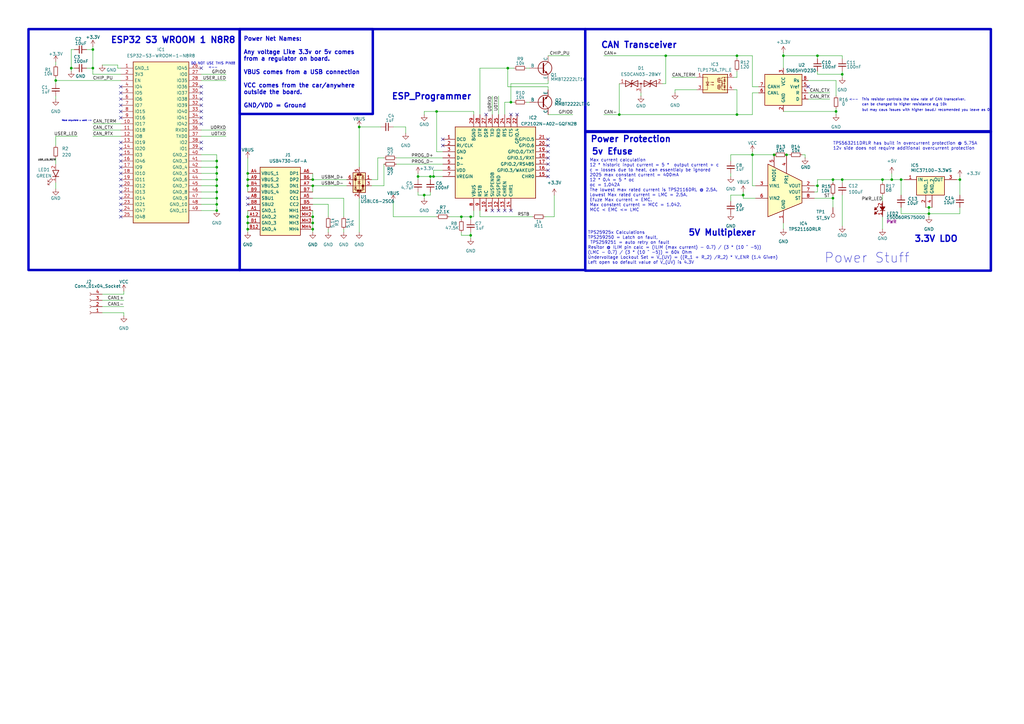
<source format=kicad_sch>
(kicad_sch (version 20250114) (generator "eeschema") (generator_version "9.0")
  (paper "A3")
  (rectangle (start 98.298 11.938) (end 152.908 46.736) (stroke (width 1)))
  (rectangle (start 98.298 11.938) (end 240.03 110.744) (stroke (width 1)))
  (rectangle (start 240.03 11.938) (end 406.4 54.102) (stroke (width 1)))
  (rectangle (start 240.03 53.848) (end 406.4 110.998) (stroke (width 1.016)))
  (rectangle (start 11.684 11.938) (end 98.298 110.744) (stroke (width 1)))
  (text "<--  This resistor controls the slew rate of CAN transceiver.\n" (at 372.11 40.894 0) (effects (font (size 1 1))))
  (text "Power Protection" (at 242.062 58.674 0) (effects (font (size 2.54 2.54) (thickness 0.512) (bold yes)) (justify left bottom)))
  (text "Power Stuff" (at 355.6 105.918 0) (effects (font (size 4 4))))
  (text "ESP_Programmer" (at 160.528 41.148 0) (effects (font (size 2.54 2.54) (thickness 0.512) (bold yes)) (justify left bottom)))
  (text "Power Net Names:\n\nAny voltage Like 3.3v or 5v comes\nfrom a regulator on board.\n\nVBUS comes from a USB connection\n\nVCC comes from the car/anywhere \noutside the board.\n\nGND/VDD = Ground" (at 99.822 29.718 0) (effects (font (size 1.7 1.7) (thickness 0.34) (bold yes)) (justify left)))
  (text "3.3V LDO" (at 374.904 99.568 0) (effects (font (size 2.54 2.54) (thickness 0.512) (bold yes)) (justify left bottom)))
  (text "TPS563211DRLR has built in overcurrent protection @ 5.75A\n12v side does not require additional overcurrent protection" (at 341.63 58.166 0) (effects (font (size 1.27 1.27)) (justify left top)))
  (text "Move anywhere u want ->\n\n" (at 31.496 50.038 0) (effects (font (size 0.6 0.6))))
  (text "5v Efuse\n" (at 242.57 63.754 0) (effects (font (size 2.54 2.54) (thickness 0.512) (bold yes)) (justify left bottom)))
  (text "but may caus issues with higher baud.I recomended you leave as 0." (at 379.984 45.212 0) (effects (font (size 1 1))))
  (text "TPS25925x Calculations\nTPS259250 = Latch on fault,\n TPS259251 = auto retry on fault\nResitor @ ILIM pin calc = (ILIM (max current) - 0.7) / (3 * (10 ^ -5))\n(LMC - 0.7) / (3 * (10 ^ -5)) = 60k Ohm\nUndervoltage Lockout Set = V_(UV) = ((R_1 + R_2) /R_2) * V_ENR (1.4 Given)\nLeft open so default value of V_(UV) is 4.3V\n" (at 241.046 94.742 0) (effects (font (size 1.27 1.27)) (justify left top)))
  (text "CAN Transceiver" (at 246.38 20.066 0) (effects (font (size 2.54 2.54) (thickness 0.512) (bold yes)) (justify left bottom)))
  (text "5V Multiplexer" (at 282.194 97.028 0) (effects (font (size 2.54 2.54) (thickness 0.512) (bold yes)) (justify left bottom)))
  (text "DO NOT USE THIS PIN!!!\n<--" (at 87.376 26.924 0) (effects (font (size 1 1))))
  (text " can be changed to higher resistance e.g 10k" (at 370.586 42.926 0) (effects (font (size 1 1))))
  (text "Max current calculation\n12 * historic input current = 5 *  output current + c\nc = losses due to heat, can essentialy be ignored\n2025 max constant current = 400mA\n12 * 0.4 = 5 * oc\noc = 1.042A\nThe lowest max rated current is TPS2116DRL @ 2.5A.\nLowest Max rated current = LMC = 2.5A.\nEfuze Max current = EMC.\nMax constent current = MCC = 1.042.\nMCC < EMC <= LMC" (at 241.808 65.024 0) (effects (font (size 1.27 1.27)) (justify left top)))
  (text "ESP32 S3 WROOM 1 N8R8" (at 96.774 18.034 0) (effects (font (size 2.54 2.54) (thickness 0.512) (bold yes)) (justify right bottom)))
  (junction (at 88.9 76.2))
  (junction (at 38.1 27.94))
  (junction (at 341.63 81.28))
  (junction (at 101.6 73.66))
  (junction (at 101.6 93.98))
  (junction (at 302.26 46.99))
  (junction (at 38.1 20.32))
  (junction (at 147.32 52.07))
  (junction (at 128.27 73.66))
  (junction (at 128.27 91.44))
  (junction (at 88.9 83.82))
  (junction (at 171.45 72.39))
  (junction (at 101.6 71.12))
  (junction (at 88.9 71.12))
  (junction (at 176.53 72.39))
  (junction (at 369.57 73.66))
  (junction (at 209.55 41.91))
  (junction (at 88.9 78.74))
  (junction (at 361.95 73.66))
  (junction (at 29.21 27.94))
  (junction (at 335.28 76.2))
  (junction (at 101.6 88.9))
  (junction (at 88.9 66.04))
  (junction (at 341.63 73.66))
  (junction (at 317.5 63.5))
  (junction (at 335.28 22.86))
  (junction (at 88.9 68.58))
  (junction (at 208.28 27.94))
  (junction (at 345.44 73.66))
  (junction (at 128.27 88.9))
  (junction (at 302.26 22.86))
  (junction (at 177.8 72.39))
  (junction (at 322.58 63.5))
  (junction (at 273.05 22.86))
  (junction (at 381 85.09))
  (junction (at 342.9 45.72))
  (junction (at 88.9 81.28))
  (junction (at 304.8 80.01))
  (junction (at 128.27 76.2))
  (junction (at 321.31 22.86))
  (junction (at 365.76 73.66))
  (junction (at 345.44 30.48))
  (junction (at 101.6 91.44))
  (junction (at 173.99 80.01))
  (junction (at 193.04 88.9))
  (junction (at 189.23 88.9))
  (junction (at 101.6 76.2))
  (junction (at 393.7 73.66))
  (junction (at 193.04 96.52))
  (junction (at 179.07 45.72))
  (junction (at 88.9 86.36))
  (junction (at 254 46.99))
  (junction (at 22.86 33.02))
  (junction (at 128.27 93.98))
  (junction (at 308.61 63.5))
  (junction (at 381 87.63))
  (junction (at 88.9 73.66))
  (no_connect (at 49.53 88.9))
  (no_connect (at 209.55 86.36))
  (no_connect (at 204.47 86.36))
  (no_connect (at 49.53 86.36))
  (no_connect (at 49.53 76.2))
  (no_connect (at 82.55 60.96))
  (no_connect (at 82.55 40.64))
  (no_connect (at 49.53 45.72))
  (no_connect (at 209.55 46.99))
  (no_connect (at 49.53 60.96))
  (no_connect (at 181.61 57.15))
  (no_connect (at 82.55 50.8))
  (no_connect (at 49.53 71.12))
  (no_connect (at 201.93 86.36))
  (no_connect (at 49.53 68.58))
  (no_connect (at 101.6 83.82))
  (no_connect (at 224.79 59.69))
  (no_connect (at 82.55 43.18))
  (no_connect (at 49.53 83.82))
  (no_connect (at 82.55 35.56))
  (no_connect (at 224.79 67.31))
  (no_connect (at 49.53 66.04))
  (no_connect (at 49.53 81.28))
  (no_connect (at 331.47 35.56))
  (no_connect (at 224.79 57.15))
  (no_connect (at 82.55 58.42))
  (no_connect (at 49.53 43.18))
  (no_connect (at 49.53 38.1))
  (no_connect (at 49.53 35.56))
  (no_connect (at 49.53 48.26))
  (no_connect (at 49.53 58.42))
  (no_connect (at 82.55 27.94))
  (no_connect (at 82.55 38.1))
  (no_connect (at 49.53 78.74))
  (no_connect (at 49.53 63.5))
  (no_connect (at 82.55 48.26))
  (no_connect (at 212.09 46.99))
  (no_connect (at 49.53 40.64))
  (no_connect (at 82.55 45.72))
  (no_connect (at 49.53 73.66))
  (no_connect (at 207.01 86.36))
  (no_connect (at 199.39 46.99))
  (no_connect (at 224.79 64.77))
  (no_connect (at 224.79 69.85))
  (no_connect (at 181.61 59.69))
  (no_connect (at 101.6 81.28))
  (no_connect (at 224.79 62.23))
  (no_connect (at 224.79 72.39))
  (wire (pts (xy 49.53 27.94) (xy 48.26 27.94)))
  (wire (pts (xy 88.9 63.5) (xy 88.9 66.04)))
  (wire (pts (xy 88.9 68.58) (xy 88.9 71.12)))
  (wire (pts (xy 128.27 81.28) (xy 140.97 81.28)))
  (wire (pts (xy 88.9 78.74) (xy 88.9 81.28)))
  (wire (pts (xy 154.94 73.66) (xy 152.4 73.66)))
  (wire (pts (xy 154.94 64.77) (xy 157.48 64.77)))
  (wire (pts (xy 134.62 83.82) (xy 134.62 88.9)))
  (wire (pts (xy 321.31 45.72) (xy 342.9 45.72)))
  (wire (pts (xy 102.87 76.2) (xy 101.6 76.2)))
  (wire (pts (xy 208.28 27.94) (xy 210.82 27.94)))
  (wire (pts (xy 365.76 73.66) (xy 361.95 73.66)))
  (wire (pts (xy 335.28 76.2) (xy 334.01 76.2)))
  (wire (pts (xy 101.6 88.9) (xy 101.6 91.44)))
  (wire (pts (xy 171.45 72.39) (xy 171.45 73.66)))
  (wire (pts (xy 38.1 30.48) (xy 49.53 30.48)))
  (wire (pts (xy 181.61 62.23) (xy 179.07 62.23)))
  (wire (pts (xy 330.2 63.5) (xy 328.93 63.5)))
  (wire (pts (xy 341.63 73.66) (xy 345.44 73.66)))
  (wire (pts (xy 308.61 22.86) (xy 308.61 35.56)))
  (wire (pts (xy 22.86 33.02) (xy 49.53 33.02)))
  (wire (pts (xy 176.53 72.39) (xy 177.8 72.39)))
  (wire (pts (xy 173.99 45.72) (xy 179.07 45.72)))
  (wire (pts (xy 128.27 78.74) (xy 128.27 76.2)))
  (wire (pts (xy 335.28 22.86) (xy 335.28 24.13)))
  (wire (pts (xy 208.28 35.56) (xy 208.28 27.94)))
  (wire (pts (xy 321.31 91.44) (xy 321.31 93.98)))
  (wire (pts (xy 209.55 34.29) (xy 209.55 41.91)))
  (wire (pts (xy 82.55 73.66) (xy 88.9 73.66)))
  (wire (pts (xy 88.9 83.82) (xy 88.9 86.36)))
  (wire (pts (xy 82.55 53.34) (xy 92.71 53.34)))
  (wire (pts (xy 345.44 80.01) (xy 345.44 92.71)))
  (wire (pts (xy 201.93 46.99) (xy 201.93 39.37)))
  (wire (pts (xy 177.8 69.85) (xy 177.8 72.39)))
  (wire (pts (xy 254 46.99) (xy 302.26 46.99)))
  (wire (pts (xy 50.8 125.73) (xy 41.91 125.73)))
  (wire (pts (xy 304.8 81.28) (xy 309.88 81.28)))
  (wire (pts (xy 38.1 27.94) (xy 38.1 30.48)))
  (wire (pts (xy 299.72 63.5) (xy 299.72 66.04)))
  (wire (pts (xy 22.86 55.88) (xy 31.75 55.88)))
  (wire (pts (xy 82.55 30.48) (xy 92.71 30.48)))
  (wire (pts (xy 335.28 30.48) (xy 335.28 29.21)))
  (wire (pts (xy 38.1 19.05) (xy 38.1 20.32)))
  (wire (pts (xy 88.9 81.28) (xy 88.9 83.82)))
  (wire (pts (xy 41.91 26.67) (xy 48.26 26.67)))
  (wire (pts (xy 30.48 20.32) (xy 29.21 20.32)))
  (wire (pts (xy 335.28 73.66) (xy 341.63 73.66)))
  (wire (pts (xy 128.27 76.2) (xy 127 76.2)))
  (wire (pts (xy 101.6 91.44) (xy 101.6 93.98)))
  (wire (pts (xy 285.75 31.75) (xy 275.59 31.75)))
  (wire (pts (xy 361.95 80.01) (xy 361.95 82.55)))
  (wire (pts (xy 341.63 73.66) (xy 341.63 74.93)))
  (wire (pts (xy 82.55 81.28) (xy 88.9 81.28)))
  (wire (pts (xy 393.7 73.66) (xy 393.7 80.01)))
  (wire (pts (xy 128.27 71.12) (xy 128.27 73.66)))
  (wire (pts (xy 171.45 80.01) (xy 173.99 80.01)))
  (wire (pts (xy 128.27 88.9) (xy 128.27 91.44)))
  (wire (pts (xy 227.33 88.9) (xy 227.33 80.01)))
  (wire (pts (xy 193.04 95.25) (xy 193.04 96.52)))
  (wire (pts (xy 308.61 63.5) (xy 308.61 76.2)))
  (wire (pts (xy 101.6 88.9) (xy 102.87 88.9)))
  (wire (pts (xy 189.23 88.9) (xy 193.04 88.9)))
  (wire (pts (xy 82.55 66.04) (xy 88.9 66.04)))
  (wire (pts (xy 254 34.29) (xy 254 46.99)))
  (wire (pts (xy 147.32 52.07) (xy 147.32 68.58)))
  (wire (pts (xy 308.61 35.56) (xy 311.15 35.56)))
  (wire (pts (xy 369.57 87.63) (xy 381 87.63)))
  (wire (pts (xy 262.89 38.1) (xy 262.89 39.37)))
  (wire (pts (xy 308.61 62.23) (xy 308.61 63.5)))
  (wire (pts (xy 342.9 45.72) (xy 342.9 46.99)))
  (wire (pts (xy 171.45 72.39) (xy 176.53 72.39)))
  (wire (pts (xy 321.31 22.86) (xy 321.31 27.94)))
  (wire (pts (xy 224.79 35.56) (xy 224.79 36.83)))
  (wire (pts (xy 147.32 52.07) (xy 156.21 52.07)))
  (wire (pts (xy 207.01 41.91) (xy 209.55 41.91)))
  (wire (pts (xy 204.47 46.99) (xy 204.47 39.37)))
  (wire (pts (xy 22.86 33.02) (xy 22.86 31.75)))
  (wire (pts (xy 330.2 63.5) (xy 330.2 64.77)))
  (wire (pts (xy 35.56 20.32) (xy 38.1 20.32)))
  (wire (pts (xy 224.79 46.99) (xy 234.95 46.99)))
  (wire (pts (xy 273.05 22.86) (xy 302.26 22.86)))
  (wire (pts (xy 161.29 52.07) (xy 166.37 52.07)))
  (wire (pts (xy 299.72 63.5) (xy 308.61 63.5)))
  (wire (pts (xy 302.26 24.13) (xy 302.26 22.86)))
  (wire (pts (xy 381 87.63) (xy 393.7 87.63)))
  (wire (pts (xy 345.44 22.86) (xy 345.44 24.13)))
  (wire (pts (xy 302.26 31.75) (xy 302.26 29.21)))
  (wire (pts (xy 393.7 85.09) (xy 393.7 87.63)))
  (wire (pts (xy 379.73 85.09) (xy 381 85.09)))
  (wire (pts (xy 299.72 72.39) (xy 299.72 71.12)))
  (wire (pts (xy 300.99 31.75) (xy 302.26 31.75)))
  (wire (pts (xy 29.21 27.94) (xy 29.21 29.21)))
  (wire (pts (xy 342.9 44.45) (xy 342.9 45.72)))
  (wire (pts (xy 381 85.09) (xy 381 87.63)))
  (wire (pts (xy 369.57 87.63) (xy 369.57 85.09)))
  (wire (pts (xy 179.07 45.72) (xy 179.07 62.23)))
  (wire (pts (xy 308.61 46.99) (xy 308.61 38.1)))
  (wire (pts (xy 140.97 81.28) (xy 140.97 88.9)))
  (wire (pts (xy 194.31 88.9) (xy 194.31 86.36)))
  (wire (pts (xy 215.9 27.94) (xy 217.17 27.94)))
  (wire (pts (xy 304.8 80.01) (xy 304.8 81.28)))
  (wire (pts (xy 193.04 88.9) (xy 193.04 90.17)))
  (wire (pts (xy 161.29 88.9) (xy 161.29 82.55)))
  (wire (pts (xy 128.27 86.36) (xy 128.27 88.9)))
  (wire (pts (xy 88.9 73.66) (xy 88.9 76.2)))
  (wire (pts (xy 323.85 63.5) (xy 322.58 63.5)))
  (wire (pts (xy 223.52 88.9) (xy 227.33 88.9)))
  (wire (pts (xy 194.31 45.72) (xy 194.31 46.99)))
  (wire (pts (xy 154.94 64.77) (xy 154.94 73.66)))
  (wire (pts (xy 88.9 71.12) (xy 88.9 73.66)))
  (wire (pts (xy 365.76 71.12) (xy 365.76 73.66)))
  (wire (pts (xy 194.31 45.72) (xy 179.07 45.72)))
  (wire (pts (xy 224.79 35.56) (xy 208.28 35.56)))
  (wire (pts (xy 128.27 76.2) (xy 142.24 76.2)))
  (wire (pts (xy 302.26 46.99) (xy 308.61 46.99)))
  (wire (pts (xy 273.05 34.29) (xy 271.78 34.29)))
  (wire (pts (xy 176.53 80.01) (xy 176.53 78.74)))
  (wire (pts (xy 82.55 76.2) (xy 88.9 76.2)))
  (wire (pts (xy 171.45 78.74) (xy 171.45 80.01)))
  (wire (pts (xy 345.44 73.66) (xy 361.95 73.66)))
  (wire (pts (xy 196.85 88.9) (xy 218.44 88.9)))
  (wire (pts (xy 361.95 88.9) (xy 361.95 93.98)))
  (wire (pts (xy 331.47 33.02) (xy 342.9 33.02)))
  (wire (pts (xy 134.62 93.98) (xy 134.62 95.25)))
  (wire (pts (xy 393.7 73.66) (xy 393.7 72.39)))
  (wire (pts (xy 38.1 53.34) (xy 49.53 53.34)))
  (wire (pts (xy 196.85 27.94) (xy 196.85 46.99)))
  (wire (pts (xy 128.27 83.82) (xy 134.62 83.82)))
  (wire (pts (xy 50.8 128.27) (xy 41.91 128.27)))
  (wire (pts (xy 173.99 80.01) (xy 176.53 80.01)))
  (wire (pts (xy 335.28 76.2) (xy 335.28 73.66)))
  (wire (pts (xy 38.1 50.8) (xy 49.53 50.8)))
  (wire (pts (xy 247.65 46.99) (xy 254 46.99)))
  (wire (pts (xy 193.04 88.9) (xy 194.31 88.9)))
  (wire (pts (xy 381 85.09) (xy 382.27 85.09)))
  (wire (pts (xy 369.57 73.66) (xy 370.84 73.66)))
  (wire (pts (xy 300.99 36.83) (xy 302.26 36.83)))
  (wire (pts (xy 157.48 76.2) (xy 152.4 76.2)))
  (wire (pts (xy 334.01 78.74) (xy 335.28 78.74)))
  (wire (pts (xy 209.55 41.91) (xy 210.82 41.91)))
  (wire (pts (xy 157.48 67.31) (xy 157.48 76.2)))
  (wire (pts (xy 22.86 64.77) (xy 22.86 67.31)))
  (wire (pts (xy 308.61 76.2) (xy 309.88 76.2)))
  (wire (pts (xy 128.27 73.66) (xy 127 73.66)))
  (wire (pts (xy 38.1 55.88) (xy 49.53 55.88)))
  (wire (pts (xy 247.65 22.86) (xy 273.05 22.86)))
  (wire (pts (xy 173.99 45.72) (xy 173.99 46.99)))
  (wire (pts (xy 128.27 93.98) (xy 128.27 95.25)))
  (wire (pts (xy 345.44 73.66) (xy 345.44 74.93)))
  (wire (pts (xy 82.55 86.36) (xy 88.9 86.36)))
  (wire (pts (xy 101.6 73.66) (xy 102.87 73.66)))
  (wire (pts (xy 196.85 27.94) (xy 208.28 27.94)))
  (wire (pts (xy 88.9 66.04) (xy 88.9 68.58)))
  (wire (pts (xy 224.79 34.29) (xy 209.55 34.29)))
  (wire (pts (xy 365.76 73.66) (xy 369.57 73.66)))
  (wire (pts (xy 308.61 63.5) (xy 317.5 63.5)))
  (wire (pts (xy 48.26 26.67) (xy 48.26 27.94)))
  (wire (pts (xy 173.99 80.01) (xy 173.99 81.28)))
  (wire (pts (xy 393.7 73.66) (xy 392.43 73.66)))
  (wire (pts (xy 189.23 90.17) (xy 189.23 88.9)))
  (wire (pts (xy 101.6 86.36) (xy 101.6 88.9)))
  (wire (pts (xy 162.56 64.77) (xy 181.61 64.77)))
  (wire (pts (xy 22.86 39.37) (xy 22.86 40.64)))
  (wire (pts (xy 273.05 22.86) (xy 273.05 34.29)))
  (wire (pts (xy 224.79 22.86) (xy 233.68 22.86)))
  (wire (pts (xy 176.53 72.39) (xy 176.53 73.66)))
  (wire (pts (xy 215.9 41.91) (xy 217.17 41.91)))
  (wire (pts (xy 321.31 21.59) (xy 321.31 22.86)))
  (wire (pts (xy 38.1 20.32) (xy 38.1 27.94)))
  (wire (pts (xy 50.8 128.27) (xy 50.8 129.54)))
  (wire (pts (xy 285.75 36.83) (xy 276.86 36.83)))
  (wire (pts (xy 88.9 76.2) (xy 88.9 78.74)))
  (wire (pts (xy 147.32 81.28) (xy 147.32 95.25)))
  (wire (pts (xy 82.55 71.12) (xy 88.9 71.12)))
  (wire (pts (xy 22.86 59.69) (xy 22.86 55.88)))
  (wire (pts (xy 299.72 80.01) (xy 299.72 82.55)))
  (wire (pts (xy 22.86 74.93) (xy 22.86 77.47)))
  (wire (pts (xy 50.8 120.65) (xy 50.8 119.38)))
  (wire (pts (xy 101.6 73.66) (xy 101.6 76.2)))
  (wire (pts (xy 101.6 95.25) (xy 101.6 93.98)))
  (wire (pts (xy 177.8 72.39) (xy 181.61 72.39)))
  (wire (pts (xy 166.37 52.07) (xy 166.37 54.61)))
  (wire (pts (xy 276.86 36.83) (xy 276.86 38.1)))
  (wire (pts (xy 29.21 20.32) (xy 29.21 27.94)))
  (wire (pts (xy 345.44 29.21) (xy 345.44 30.48)))
  (wire (pts (xy 189.23 95.25) (xy 189.23 96.52)))
  (wire (pts (xy 101.6 78.74) (xy 101.6 76.2)))
  (wire (pts (xy 82.55 33.02) (xy 92.71 33.02)))
  (wire (pts (xy 193.04 96.52) (xy 193.04 97.79)))
  (wire (pts (xy 341.63 85.09) (xy 341.63 81.28)))
  (wire (pts (xy 331.47 40.64) (xy 340.36 40.64)))
  (wire (pts (xy 82.55 68.58) (xy 88.9 68.58)))
  (wire (pts (xy 162.56 67.31) (xy 181.61 67.31)))
  (wire (pts (xy 189.23 96.52) (xy 193.04 96.52)))
  (wire (pts (xy 381 87.63) (xy 381 88.9)))
  (wire (pts (xy 308.61 38.1) (xy 311.15 38.1)))
  (wire (pts (xy 334.01 81.28) (xy 341.63 81.28)))
  (wire (pts (xy 82.55 83.82) (xy 88.9 83.82)))
  (wire (pts (xy 196.85 88.9) (xy 196.85 86.36)))
  (wire (pts (xy 82.55 55.88) (xy 92.71 55.88)))
  (wire (pts (xy 345.44 30.48) (xy 345.44 31.75)))
  (wire (pts (xy 41.91 120.65) (xy 50.8 120.65)))
  (wire (pts (xy 342.9 33.02) (xy 342.9 39.37)))
  (wire (pts (xy 321.31 22.86) (xy 335.28 22.86)))
  (wire (pts (xy 128.27 73.66) (xy 142.24 73.66)))
  (wire (pts (xy 82.55 63.5) (xy 88.9 63.5)))
  (wire (pts (xy 101.6 71.12) (xy 101.6 73.66)))
  (wire (pts (xy 341.63 81.28) (xy 341.63 80.01)))
  (wire (pts (xy 35.56 27.94) (xy 38.1 27.94)))
  (wire (pts (xy 335.28 22.86) (xy 345.44 22.86)))
  (wire (pts (xy 22.86 33.02) (xy 22.86 34.29)))
  (wire (pts (xy 22.86 25.4) (xy 22.86 26.67)))
  (wire (pts (xy 331.47 38.1) (xy 340.36 38.1)))
  (wire (pts (xy 179.07 88.9) (xy 161.29 88.9)))
  (wire (pts (xy 369.57 73.66) (xy 369.57 80.01)))
  (wire (pts (xy 304.8 80.01) (xy 299.72 80.01)))
  (wire (pts (xy 335.28 78.74) (xy 335.28 76.2)))
  (wire (pts (xy 302.26 22.86) (xy 308.61 22.86)))
  (wire (pts (xy 102.87 91.44) (xy 101.6 91.44)))
  (wire (pts (xy 184.15 88.9) (xy 189.23 88.9)))
  (wire (pts (xy 302.26 36.83) (xy 302.26 46.99)))
  (wire (pts (xy 140.97 95.25) (xy 140.97 93.98)))
  (wire (pts (xy 29.21 27.94) (xy 30.48 27.94)))
  (wire (pts (xy 101.6 64.77) (xy 101.6 71.12)))
  (wire (pts (xy 335.28 30.48) (xy 345.44 30.48)))
  (wire (pts (xy 128.27 91.44) (xy 128.27 93.98)))
  (wire (pts (xy 361.95 73.66) (xy 361.95 74.93)))
  (wire (pts (xy 177.8 69.85) (xy 181.61 69.85)))
  (wire (pts (xy 224.79 34.29) (xy 224.79 33.02)))
  (wire (pts (xy 41.91 123.19) (xy 50.8 123.19)))
  (wire (pts (xy 82.55 78.74) (xy 88.9 78.74)))
  (wire (pts (xy 304.8 78.74) (xy 304.8 80.01)))
  (wire (pts (xy 207.01 46.99) (xy 207.01 41.91)))
  (wire (pts (xy 171.45 72.39) (xy 171.45 71.12)))
  (label "CAN-" (at 247.65 46.99 0))
  (label "USER_LED" (at 92.71 33.02 180))
  (label "PWR_LED" (at 361.95 82.55 180))
  (label "CAN_TERM" (at 38.1 50.8 0))
  (label "PROG_D+" (at 177.8 64.77 180))
  (label "PROG_D-" (at 177.8 67.31 180))
  (label "U0RXD" (at 201.93 39.37 270))
  (label "CHIP_PU" (at 38.1 33.02 0))
  (label "U0TXD" (at 92.71 55.88 180))
  (label "ST" (at 340.36 81.28 180))
  (label "USR_LED_RSTR" (at 22.86 66.04 180) (effects (font (size 0.65 0.65))))
  (label "USER_LED" (at 31.75 55.88 180))
  (label "GPIO0" (at 92.71 30.48 180))
  (label "CAN_TERM" (at 275.59 31.75 0))
  (label "U0RXD" (at 92.71 53.34 180))
  (label "CAN_RTX" (at 38.1 55.88 0))
  (label "CAN1-" (at 50.8 125.73 180))
  (label "GPIO0" (at 234.95 46.99 180))
  (label "RSTB" (at 217.17 88.9 180))
  (label "U0TXD" (at 204.47 39.37 270))
  (label "USBM_D+" (at 140.97 73.66 180))
  (label "CAN_CTX" (at 340.36 38.1 180))
  (label "CAN1+" (at 50.8 123.19 180))
  (label "USBM_D-" (at 140.97 76.2 180))
  (label "CAN+" (at 247.65 22.86 0))
  (label "CHIP_PU" (at 233.68 22.86 180))
  (label "CAN_RTX" (at 340.36 40.64 180))
  (label "CAN_CTX" (at 38.1 53.34 0))
  (symbol (lib_id "power:GND") (at 22.86 77.47 0) (unit 1)
    (property "Reference" "#PWR03" (effects (hide yes)))
    (property "Value" "GND" (at 22.86 81.28 0))
  )
  (symbol (lib_id "SDM_VOLTAGE_REGULATORS:MIC37100-3.3WS") (at 370.84 74.93 0) (unit 1)
    (property "Reference" "IC5" (at 375.158 67.818 0))
    (property "Value" "MIC37100-3.3WS" (at 382.016 69.85 0))
    (property "Footprint" "SDM_MiscFootprint:SOT230P700X180-4N" (effects (hide yes)))
    (property "Datasheet" "https://datasheet.datasheetarchive.com/originals/dk/DKDS-15/281099.pdf" (effects (hide yes)))
    (property "Description" "LDO Voltage Regulators 1.0A Low Voltage uCap LDO Regulator" (effects (hide yes)))
    (property "Height" "1.8" (effects (hide yes)))
    (property "Mouser Part Number" "998-MIC37100-3.3WS" (effects (hide yes)))
    (property "Mouser Price/Stock" "https://www.mouser.co.uk/ProductDetail/Microchip-Technology/MIC37100-3.3WS?qs=kh6iOki%2FeLGN%252BjivEzt6Eg%3D%3D" (effects (hide yes)))
    (property "Manufacturer_Name" "Microchip" (effects (hide yes)))
    (property "Manufacturer_Part_Number" "MIC37100-3.3WS" (effects (hide yes)))
  )
  (symbol (lib_id "Device:C_Small") (at 369.57 82.55 180) (unit 1)
    (property "Reference" "C13" (at 374.396 81.534 0))
    (property "Value" "10uF" (at 374.396 83.312 0))
    (property "Footprint" "Capacitor_SMD:C_0603_1608Metric" (effects (hide yes)))
  )
  (symbol (lib_id "power:VBUS") (at 161.29 82.55 0) (unit 1)
    (property "Reference" "#PWR015" (effects (hide yes)))
    (property "Value" "VBUS" (at 161.29 79.248 0))
    (property "Description" "Power symbol creates a global label with name \"VBUS\"" (effects (hide yes)))
  )
  (symbol (lib_id "power:GND") (at 262.89 39.37 0) (unit 1)
    (property "Reference" "#PWR022" (effects (hide yes)))
    (property "Value" "GND" (at 262.89 43.434 0))
    (property "Description" "Power symbol creates a global label with name \"GND\" , ground" (effects (hide yes)))
  )
  (symbol (lib_id "power:GND") (at 330.2 64.77 0) (unit 1)
    (property "Reference" "#PWR030" (effects (hide yes)))
    (property "Value" "GND" (at 330.454 68.58 0))
    (property "Description" "Power symbol creates a global label with name \"GND\" , ground" (effects (hide yes)))
  )
  (symbol (lib_id "power:GND") (at 50.8 129.54 0) (unit 1)
    (property "Reference" "#PWR041" (effects (hide yes)))
    (property "Value" "GND" (at 50.8 134.62 0))
    (property "Description" "Power symbol creates a global label with name \"GND\" , ground" (effects (hide yes)))
  )
  (symbol (lib_id "Device:C_Small") (at 393.7 82.55 180) (unit 1)
    (property "Reference" "C14" (at 389.382 81.28 0))
    (property "Value" "10uF" (at 389.382 83.058 0))
    (property "Footprint" "Capacitor_SMD:C_0603_1608Metric" (effects (hide yes)))
  )
  (symbol (lib_id "power:+3.3V") (at 22.86 25.4 0) (unit 1)
    (property "Reference" "#PWR01" (effects (hide yes)))
    (property "Value" "+3.3V" (at 22.86 22.098 0))
    (property "Description" "Power symbol creates a global label with name \"+3.3V\"" (effects (hide yes)))
  )
  (symbol (lib_id "power:GND") (at 166.37 54.61 0) (unit 1)
    (property "Reference" "#PWR016" (effects (hide yes)))
    (property "Value" "GND" (at 166.37 59.69 0))
    (property "Description" "Power symbol creates a global label with name \"GND\" , ground" (effects (hide yes)))
  )
  (symbol (lib_id "Device:C_Small") (at 33.02 27.94 90) (unit 1)
    (property "Reference" "C3" (at 30.226 23.368 90) (effects (justify right)))
    (property "Value" "100nF" (at 30.226 25.146 90) (effects (justify right)))
    (property "Footprint" "Capacitor_SMD:C_0603_1608Metric" (effects (hide yes)))
  )
  (symbol (lib_id "SDM_MICRO_CONTROLLER:ESP32-S3-WROOM-1-N8R8") (at 49.53 27.94 0) (unit 1)
    (property "Reference" "IC1" (at 66.04 20.32 0))
    (property "Value" "ESP32-S3-WROOM-1-N8R8" (at 66.04 22.86 0))
    (property "Footprint" "SDM_MiscFootprint:ESP32S3WROOM1N8R8" (effects (hide yes)))
    (property "Datasheet" "https://www.espressif.com/sites/default/files/documentation/esp32-s3-wroom-1_wroom-1u_datasheet_en.pdf" (effects (hide yes)))
    (property "Description" "WiFi Modules - 802.11 (Engineering Samples Only) SMD Module, ESP32-S3R8 with 8 MB Octal PSRAM Die, 8 MB Quad SPI flash, PCB Antenna" (effects (hide yes)))
    (property "Height" "3.25" (effects (hide yes)))
    (property "Mouser Part Number" "356-EP32S3WROOM1N8R8" (effects (hide yes)))
    (property "Mouser Price/Stock" "https://www.mouser.co.uk/ProductDetail/Espressif-Systems/ESP32-S3-WROOM-1-N8R8?qs=7D1LtPJG0i3%2F28hKFavOpQ%3D%3D" (effects (hide yes)))
    (property "Manufacturer_Name" "Espressif Systems" (effects (hide yes)))
    (property "Manufacturer_Part_Number" "ESP32-S3-WROOM-1-N8R8" (effects (hide yes)))
  )
  (symbol (lib_id "power:GND") (at 128.27 95.25 0) (unit 1)
    (property "Reference" "#PWR010" (effects (hide yes)))
    (property "Value" "GND" (at 128.27 100.33 0))
    (property "Description" "Power symbol creates a global label with name \"GND\" , ground" (effects (hide yes)))
  )
  (symbol (lib_id "Device:R_Small") (at 342.9 41.91 0) (mirror x) (unit 1)
    (property "Reference" "R16" (at 345.948 40.894 0))
    (property "Value" "0" (at 345.948 42.672 0))
    (property "Footprint" "Resistor_SMD:R_0603_1608Metric" (effects (hide yes)))
  )
  (symbol (lib_id "SDM_USBUART:CP2102N-A02-GQFN28") (at 181.61 57.15 0) (unit 1)
    (property "Reference" "IC2" (at 216.916 48.26 0) (effects (justify left)))
    (property "Value" "CP2102N-A02-GQFN28" (at 213.614 50.8 0) (effects (justify left)))
    (property "Footprint" "SDM_MiscFootprint:QFN50P500X500X80-29N-D" (effects (hide yes)))
    (property "Datasheet" "https://componentsearchengine.com/Datasheets/2/CP2102N-A02-GQFN28.pdf" (effects (hide yes)))
    (property "Description" "SILICON LABS - CP2102N-A02-GQFN28 - USB TO UART BRIDGE, -40 TO 85DEG C" (effects (hide yes)))
    (property "Height" "0.8" (effects (hide yes)))
    (property "Mouser Part Number" "634-CP2102NA02GQFN28" (effects (hide yes)))
    (property "Mouser Price/Stock" "https://www.mouser.co.uk/ProductDetail/Silicon-Labs/CP2102N-A02-GQFN28?qs=u16ybLDytRaSBkSkyjYFiA%3D%3D" (effects (hide yes)))
    (property "Manufacturer_Name" "Silicon Labs" (effects (hide yes)))
    (property "Manufacturer_Part_Number" "CP2102N-A02-GQFN28" (effects (hide yes)))
  )
  (symbol (lib_id "Device:R_Small") (at 320.04 63.5 270) (unit 1)
    (property "Reference" "R13" (at 318.262 60.198 90) (effects (justify left)))
    (property "Value" "10k" (at 320.04 61.722 90))
    (property "Footprint" "Resistor_SMD:R_0603_1608Metric" (effects (hide yes)))
  )
  (symbol (lib_id "Device:R_Small") (at 140.97 91.44 0) (unit 1)
    (property "Reference" "R4" (at 144.526 91.44 90))
    (property "Value" "5.1k" (at 142.748 91.44 90))
    (property "Footprint" "Resistor_SMD:R_0603_1608Metric" (effects (hide yes)))
  )
  (symbol (lib_id "power:GND") (at 193.04 97.79 0) (unit 1)
    (property "Reference" "#PWR020" (effects (hide yes)))
    (property "Value" "GND" (at 193.04 102.87 0))
    (property "Description" "Power symbol creates a global label with name \"GND\" , ground" (effects (hide yes)))
  )
  (symbol (lib_id "power:GND") (at 173.99 46.99 0) (unit 1)
    (property "Reference" "#PWR018" (effects (hide yes)))
    (property "Value" "GND" (at 173.99 51.054 0))
    (property "Description" "Power symbol creates a global label with name \"GND\" , ground" (effects (hide yes)))
  )
  (symbol (lib_id "power:VCC") (at 50.8 119.38 0) (unit 1)
    (property "Reference" "#PWR038" (effects (hide yes)))
    (property "Value" "VCC" (at 50.8 115.57 0))
    (property "Description" "Power symbol creates a global label with name \"VCC\"" (effects (hide yes)))
  )
  (symbol (lib_id "SDM_ESD:ESDCAN03-2BWY") (at 262.89 34.29 0) (unit 1)
    (property "Reference" "D1" (at 262.89 27.94 0))
    (property "Value" "ESDCAN03-2BWY" (at 262.89 30.48 0))
    (property "Footprint" "SDM_MiscFootprint:SOT65P210X110-3N" (effects (hide yes)))
    (property "Datasheet" "https://www.mouser.de/datasheet/2/389/esdcan02-2bwy-954689.pdf" (effects (hide yes)))
    (property "Description" "ESD Suppressors / TVS Diodes Automotive dual-line Transil, Transient voltage suppressor (TVS) for CAN bus" (effects (hide yes)))
    (property "Height" "1.1" (effects (hide yes)))
    (property "Mouser Part Number" "511-ESDCAN03-2BWY" (effects (hide yes)))
    (property "Mouser Price/Stock" "https://www.mouser.co.uk/ProductDetail/STMicroelectronics/ESDCAN03-2BWY?qs=FqY30PPN9V2iiokjuqa22Q%3D%3D" (effects (hide yes)))
    (property "Manufacturer_Name" "STMicroelectronics" (effects (hide yes)))
    (property "Manufacturer_Part_Number" "ESDCAN03-2BWY" (effects (hide yes)))
  )
  (symbol (lib_id "power:GND") (at 345.44 31.75 0) (unit 1)
    (property "Reference" "#PWR032" (effects (hide yes)))
    (property "Value" "GND" (at 345.44 36.83 0))
    (property "Description" "Power symbol creates a global label with name \"GND\" , ground" (effects (hide yes)))
  )
  (symbol (lib_id "power:+3.3V") (at 393.7 72.39 0) (unit 1)
    (property "Reference" "#PWR037" (effects (hide yes)))
    (property "Value" "+3.3V" (at 396.24 71.1199 0) (effects (justify left)))
  )
  (symbol (lib_id "Connector:Conn_01x04_Socket") (at 36.83 125.73 180) (unit 1)
    (property "Reference" "J2" (at 37.592 115.57 0) (effects (justify left)))
    (property "Value" "Conn_01x04_Socket" (at 49.53 117.348 0) (effects (justify left)))
    (property "Footprint" "Connector_JST:JST_XH_S4B-XH-A_1x04_P2.50mm_Horizontal" (effects (hide yes)))
    (property "Description" "Generic connector, single row, 01x04, script generated" (effects (hide yes)))
  )
  (symbol (lib_id "power:GND") (at 29.21 29.21 0) (unit 1)
    (property "Reference" "#PWR04" (effects (hide yes)))
    (property "Value" "GND" (at 33.02 31.242 0))
    (property "Description" "Power symbol creates a global label with name \"GND\" , ground" (effects (hide yes)))
  )
  (symbol (lib_id "power:+5V") (at 365.76 71.12 0) (unit 1)
    (property "Reference" "#PWR035" (effects (hide yes)))
    (property "Value" "+5V" (at 365.76 66.04 0))
    (property "Description" "Power symbol creates a global label with name \"+5V\"" (effects (hide yes)))
  )
  (symbol (lib_id "SDM_LOGIC:TPS2116DRLR") (at 320.04 78.74 0) (unit 1)
    (property "Reference" "IC4" (at 327.914 91.694 0) (effects (justify left)))
    (property "Value" "TPS2116DRLR" (at 323.4533 93.98 0) (effects (justify left)))
    (property "Footprint" "SDM_MiscFootprint:SOTFL50P160X60-8L" (effects (hide yes)))
    (property "Datasheet" "https://www.ti.com/lit/gpn/tps2116" (effects (hide yes)))
    (property "Description" "d" (effects (hide yes)))
    (property "Height" "0.6" (effects (hide yes)))
    (property "Mouser Part Number" "595-TPS2116DRLR" (effects (hide yes)))
    (property "Mouser Price/Stock" "https://www.mouser.co.uk/ProductDetail/Texas-Instruments/TPS2116DRLR?qs=aP1CjGhiNiGo3XAyXcVPaQ%3D%3D" (effects (hide yes)))
    (property "Manufacturer_Name" "Texas Instruments" (effects (hide yes)))
    (property "Manufacturer_Part_Number" "TPS2116DRLR" (effects (hide yes)))
  )
  (symbol (lib_id "SDM_CONNECTOR:USB4730-GF-A") (at 101.6 71.12 0) (unit 1)
    (property "Reference" "J1" (at 118.11 63.5 0))
    (property "Value" "USB4730-GF-A" (at 118.11 66.04 0))
    (property "Footprint" "SDM_MiscFootprint:USB4730GFA" (effects (hide yes)))
    (property "Datasheet" "https://gct.co/files/drawings/usb4730.pdf" (effects (hide yes)))
    (property "Description" "USB 2.0 TYPE C RECEPTACLE, GF, 1" (effects (hide yes)))
    (property "Height" "4.81" (effects (hide yes)))
    (property "Mouser Part Number" "640-USB4730GFA" (effects (hide yes)))
    (property "Mouser Price/Stock" "https://www.mouser.co.uk/ProductDetail/GCT/USB4730-GF-A?qs=Z%252BL2brAPG1KuvvEznGJ6ZQ%3D%3D" (effects (hide yes)))
    (property "Manufacturer_Name" "GCT (GLOBAL CONNECTOR TECHNOLOGY)" (effects (hide yes)))
    (property "Manufacturer_Part_Number" "USB4730-GF-A" (effects (hide yes)))
  )
  (symbol (lib_id "power:+3.3V") (at 227.33 80.01 0) (unit 1)
    (property "Reference" "#PWR021" (effects (hide yes)))
    (property "Value" "+3.3V" (at 227.33 74.93 0))
    (property "Description" "Power symbol creates a global label with name \"+3.3V\"" (effects (hide yes)))
  )
  (symbol (lib_id "power:GND") (at 140.97 95.25 0) (unit 1)
    (property "Reference" "#PWR012" (effects (hide yes)))
    (property "Value" "GND" (at 140.97 100.33 0))
    (property "Description" "Power symbol creates a global label with name \"GND\" , ground" (effects (hide yes)))
  )
  (symbol (lib_id "Power_Protection:USBLC6-2SC6") (at 147.32 73.66 0) (unit 1)
    (property "Reference" "U1" (at 147.828 80.772 0) (effects (justify left)))
    (property "Value" "USBLC6-2SC6" (at 147.828 82.55 0) (effects (justify left)))
    (property "Footprint" "Package_TO_SOT_SMD:SOT-23-6" (effects (hide yes)))
    (property "Datasheet" "https://www.st.com/resource/en/datasheet/usblc6-2.pdf" (effects (hide yes)))
    (property "Description" "Very low capacitance ESD protection diode, 2 data-line, SOT-23-6" (effects (hide yes)))
  )
  (symbol (lib_id "Device:R_Small") (at 341.63 77.47 0) (unit 1)
    (property "Reference" "R15" (at 338.836 76.454 0))
    (property "Value" "10k" (at 338.582 78.232 0))
    (property "Footprint" "Resistor_SMD:R_0603_1608Metric" (effects (hide yes)))
  )
  (symbol (lib_id "Device:C_Small") (at 335.28 26.67 0) (mirror y) (unit 1)
    (property "Reference" "C10" (at 340.868 25.654 0) (effects (justify left)))
    (property "Value" "100nF" (at 343.154 27.432 0) (effects (justify left)))
    (property "Footprint" "Capacitor_SMD:C_0603_1608Metric" (effects (hide yes)))
  )
  (symbol (lib_id "power:GND") (at 299.72 87.63 0) (unit 1)
    (property "Reference" "#PWR025" (effects (hide yes)))
    (property "Value" "GND" (at 299.72 92.71 0))
    (property "Description" "Power symbol creates a global label with name \"GND\" , ground" (effects (hide yes)))
  )
  (symbol (lib_id "SDM_TRANSISTOR:MMBT2222LT1G") (at 222.25 41.91 0) (mirror x) (unit 1)
    (property "Reference" "Q2" (at 230.378 41.148 0) (effects (justify right)))
    (property "Value" "MMBT2222LT1G" (at 242.062 42.672 0) (effects (justify right)))
    (property "Footprint" "SDM_MiscFootprint:SOT96P237X111-3N" (effects (hide yes)))
    (property "Datasheet" "https://ngspice.sourceforge.io/docs/ngspice-html-manual/manual.xhtml#cha_BJTs" (effects (hide yes)))
    (property "Description" "Bipolar transistor symbol for simulation only, substrate tied to the emitter" (effects (hide yes)))
    (property "Sim.Device" "NPN" (effects (hide yes)))
    (property "Sim.Type" "GUMMELPOON" (effects (hide yes)))
    (property "Sim.Pins" "1=C 2=B 3=E" (effects (hide yes)))
  )
  (symbol (lib_id "Device:C_Small") (at 345.44 77.47 0) (unit 1)
    (property "Reference" "C12" (at 347.98 76.2063 0) (effects (justify left)))
    (property "Value" "100uF" (at 347.98 78.7463 0) (effects (justify left)))
    (property "Footprint" "Capacitor_SMD:C_0603_1608Metric" (effects (hide yes)))
  )
  (symbol (lib_id "Device:R_Small") (at 220.98 88.9 90) (unit 1)
    (property "Reference" "R11" (at 220.98 92.71 90))
    (property "Value" "1k" (at 220.98 90.932 90))
    (property "Footprint" "Resistor_SMD:R_0603_1608Metric" (effects (hide yes)))
  )
  (symbol (lib_id "Device:R_Small") (at 181.61 88.9 270) (unit 1)
    (property "Reference" "R7" (at 181.61 85.09 90))
    (property "Value" "22.1K" (at 181.61 86.868 90))
    (property "Footprint" "Resistor_SMD:R_0603_1608Metric" (effects (hide yes)))
  )
  (symbol (lib_id "power:GND") (at 381 88.9 0) (unit 1)
    (property "Reference" "#PWR036" (effects (hide yes)))
    (property "Value" "GND" (at 381 93.98 0))
    (property "Description" "Power symbol creates a global label with name \"GND\" , ground" (effects (hide yes)))
  )
  (symbol (lib_id "power:GND") (at 345.44 92.71 0) (unit 1)
    (property "Reference" "#PWR033" (effects (hide yes)))
    (property "Value" "GND" (at 345.44 96.52 0))
    (property "Description" "Power symbol creates a global label with name \"GND\" , ground" (effects (hide yes)))
  )
  (symbol (lib_id "Device:R_Small") (at 160.02 64.77 90) (unit 1)
    (property "Reference" "R5" (at 160.02 61.214 90))
    (property "Value" "27" (at 160.02 62.992 90))
    (property "Footprint" "Resistor_SMD:R_0603_1608Metric" (effects (hide yes)))
  )
  (symbol (lib_id "Device:C_Small") (at 22.86 36.83 0) (unit 1)
    (property "Reference" "C1" (at 17.018 35.814 0) (effects (justify left)))
    (property "Value" "1uF" (at 17.018 37.592 0) (effects (justify left)))
    (property "Footprint" "Capacitor_SMD:C_0603_1608Metric" (effects (hide yes)))
  )
  (symbol (lib_id "Device:C_Small") (at 345.44 26.67 0) (mirror y) (unit 1)
    (property "Reference" "C11" (at 351.028 25.654 0) (effects (justify left)))
    (property "Value" "100nF" (at 353.314 27.432 0) (effects (justify left)))
    (property "Footprint" "Capacitor_SMD:C_0603_1608Metric" (effects (hide yes)))
  )
  (symbol (lib_id "Device:C_Small") (at 299.72 68.58 180) (unit 1)
    (property "Reference" "C8" (at 301.752 67.818 0) (effects (justify right)))
    (property "Value" "1uF" (at 301.752 69.342 0) (effects (justify right)))
    (property "Footprint" "Capacitor_SMD:C_0603_1608Metric" (effects (hide yes)))
  )
  (symbol (lib_id "power:GND") (at 173.99 81.28 0) (unit 1)
    (property "Reference" "#PWR019" (effects (hide yes)))
    (property "Value" "GND" (at 173.99 86.36 0))
    (property "Description" "Power symbol creates a global label with name \"GND\" , ground" (effects (hide yes)))
  )
  (symbol (lib_id "power:GND") (at 361.95 93.98 0) (unit 1)
    (property "Reference" "#PWR034" (effects (hide yes)))
    (property "Value" "GND" (at 361.95 97.79 0))
    (property "Description" "Power symbol creates a global label with name \"GND\" , ground" (effects (hide yes)))
  )
  (symbol (lib_id "Device:C_Small") (at 299.72 85.09 180) (unit 1)
    (property "Reference" "C9" (at 301.752 84.328 0) (effects (justify right)))
    (property "Value" "1uF" (at 301.752 85.852 0) (effects (justify right)))
    (property "Footprint" "Capacitor_SMD:C_0603_1608Metric" (effects (hide yes)))
  )
  (symbol (lib_id "power:VBUS") (at 101.6 64.77 0) (unit 1)
    (property "Reference" "#PWR08" (effects (hide yes)))
    (property "Value" "VBUS" (at 101.6 61.468 0))
    (property "Description" "Power symbol creates a global label with name \"VBUS\"" (effects (hide yes)))
  )
  (symbol (lib_id "Device:R_Small") (at 326.39 63.5 270) (unit 1)
    (property "Reference" "R14" (at 324.358 60.198 90) (effects (justify left)))
    (property "Value" "10k" (at 326.39 61.722 90))
    (property "Footprint" "Resistor_SMD:R_0603_1608Metric" (effects (hide yes)))
  )
  (symbol (lib_id "power:GND") (at 101.6 95.25 0) (unit 1)
    (property "Reference" "#PWR09" (effects (hide yes)))
    (property "Value" "GND" (at 101.6 100.33 0))
    (property "Description" "Power symbol creates a global label with name \"GND\" , ground" (effects (hide yes)))
  )
  (symbol (lib_id "SDM_LED:150060RS75000") (at 361.95 88.9 90) (unit 1)
    (property "Reference" "LED2" (at 368.554 87.63 90) (effects (justify left)))
    (property "Value" "150060RS75000" (at 379.476 89.154 90) (effects (justify left)))
    (property "Footprint" "SDM_MiscFootprint:LEDC1608X80N" (effects (hide yes)))
    (property "Datasheet" "https://www.we-online.com/components/products/datasheet/150060RS75000.pdf" (effects (hide yes)))
    (property "Description" "WURTH ELEKTRONIK - 150060RS75000 - LED, 0603, RED, 250MCD, 625NM" (effects (hide yes)))
    (property "Measure" "PWR" (at 367.792 90.932 90) (effects (justify left)))
    (property "Height" "0.8" (effects (hide yes)))
    (property "Mouser Part Number" "710-150060RS75000" (effects (hide yes)))
    (property "Mouser Price/Stock" "https://www.mouser.co.uk/ProductDetail/Wurth-Elektronik/150060RS75000?qs=LlUlMxKIyB3QnmZ3fw%2FVCA%3D%3D" (effects (hide yes)))
    (property "Manufacturer_Name" "Wurth Elektronik" (effects (hide yes)))
    (property "Manufacturer_Part_Number" "150060RS75000" (effects (hide yes)))
  )
  (symbol (lib_id "power:+3.3V") (at 321.31 21.59 0) (unit 1)
    (property "Reference" "#PWR028" (effects (hide yes)))
    (property "Value" "+3.3V" (at 321.31 17.272 0))
    (property "Description" "Power symbol creates a global label with name \"+3.3V\"" (effects (hide yes)))
  )
  (symbol (lib_id "power:+3.3V") (at 171.45 71.12 0) (unit 1)
    (property "Reference" "#PWR017" (effects (hide yes)))
    (property "Value" "+3.3V" (at 175.006 69.088 0))
    (property "Description" "Power symbol creates a global label with name \"+3.3V\"" (effects (hide yes)))
  )
  (symbol (lib_id "Device:C_Small") (at 158.75 52.07 270) (unit 1)
    (property "Reference" "C4" (at 161.798 47.498 90) (effects (justify right)))
    (property "Value" "1uF" (at 161.798 49.276 90) (effects (justify right)))
    (property "Footprint" "Capacitor_SMD:C_0603_1608Metric" (effects (hide yes)))
  )
  (symbol (lib_id "SDM_OPTOCOUPLERS:TLP175A_TPL,E") (at 285.75 34.29 0) (unit 1)
    (property "Reference" "IC3" (at 293.116 26.416 0))
    (property "Value" "TLP175A_TPL,E" (at 293.116 28.702 0))
    (property "Footprint" "SDM_MiscFootprint:TLP266J" (effects (hide yes)))
    (property "Datasheet" "http://toshiba.semicon-storage.com/info/docget.jsp?did=13665&prodName=TLP175A" (effects (hide yes)))
    (property "Description" "MOSFET Output Optocouplers Trigger LED Current 1mA85dC3750 Vrms" (effects (hide yes)))
    (property "Height" "2" (effects (hide yes)))
    (property "Mouser Part Number" "757-TLP175A(TPLE" (effects (hide yes)))
    (property "Mouser Price/Stock" "https://www.mouser.co.uk/ProductDetail/Toshiba/TLP175ATPLE?qs=HVbQlW5zcXXp9ILK7hvmMw%3D%3D" (effects (hide yes)))
    (property "Manufacturer_Name" "Toshiba" (effects (hide yes)))
    (property "Manufacturer_Part_Number" "TLP175A(TPL,E" (effects (hide yes)))
  )
  (symbol (lib_id "power:GND") (at 22.86 40.64 0) (unit 1)
    (property "Reference" "#PWR02" (effects (hide yes)))
    (property "Value" "GND" (at 22.86 45.72 0))
    (property "Description" "Power symbol creates a global label with name \"GND\" , ground" (effects (hide yes)))
  )
  (symbol (lib_id "Device:R_Small") (at 361.95 77.47 0) (unit 1)
    (property "Reference" "R17" (at 365.125 76.327 0))
    (property "Value" "68" (at 364.49 77.978 0))
    (property "Footprint" "Resistor_SMD:R_0603_1608Metric" (effects (hide yes)))
  )
  (symbol (lib_id "power:GND") (at 147.32 95.25 0) (unit 1)
    (property "Reference" "#PWR014" (effects (hide yes)))
    (property "Value" "GND" (at 147.32 100.33 0))
    (property "Description" "Power symbol creates a global label with name \"GND\" , ground" (effects (hide yes)))
  )
  (symbol (lib_id "power:GND") (at 299.72 72.39 0) (unit 1)
    (property "Reference" "#PWR024" (effects (hide yes)))
    (property "Value" "GND" (at 299.72 77.47 0))
    (property "Description" "Power symbol creates a global label with name \"GND\" , ground" (effects (hide yes)))
  )
  (symbol (lib_id "power:VBUS") (at 147.32 52.07 0) (unit 1)
    (property "Reference" "#PWR013" (effects (hide yes)))
    (property "Value" "VBUS" (at 147.32 48.768 0))
    (property "Description" "Power symbol creates a global label with name \"VBUS\"" (effects (hide yes)))
  )
  (symbol (lib_id "Device:C_Small") (at 33.02 20.32 90) (unit 1)
    (property "Reference" "C2" (at 30.734 16.002 90) (effects (justify right)))
    (property "Value" "10uF" (at 30.734 17.78 90) (effects (justify right)))
    (property "Footprint" "Capacitor_SMD:C_0603_1608Metric" (effects (hide yes)))
  )
  (symbol (lib_id "power:VBUS") (at 304.8 78.74 0) (unit 1)
    (property "Reference" "#PWR026" (effects (hide yes)))
    (property "Value" "VBUS" (at 304.8 74.676 0))
    (property "Description" "Power symbol creates a global label with name \"VBUS\"" (effects (hide yes)))
  )
  (symbol (lib_id "Device:R_Small") (at 134.62 91.44 0) (unit 1)
    (property "Reference" "R3" (at 138.176 91.44 90))
    (property "Value" "5.1k" (at 136.398 91.44 90))
    (property "Footprint" "Resistor_SMD:R_0603_1608Metric" (effects (hide yes)))
  )
  (symbol (lib_id "power:GND") (at 41.91 26.67 0) (unit 1)
    (property "Reference" "#PWR06" (effects (hide yes)))
    (property "Value" "GND" (at 45.72 28.702 0))
    (property "Description" "Power symbol creates a global label with name \"GND\" , ground" (effects (hide yes)))
  )
  (symbol (lib_id "Device:R_Small") (at 302.26 26.67 0) (mirror x) (unit 1)
    (property "Reference" "R12" (at 303.53 25.654 0) (effects (justify left)))
    (property "Value" "120" (at 303.53 27.432 0) (effects (justify left)))
    (property "Footprint" "Resistor_SMD:R_0603_1608Metric" (effects (hide yes)))
  )
  (symbol (lib_id "Device:C_Small") (at 193.04 92.71 0) (unit 1)
    (property "Reference" "C7" (at 194.818 91.694 0) (effects (justify left)))
    (property "Value" "1uF" (at 195.072 93.472 0) (effects (justify left)))
    (property "Footprint" "Capacitor_SMD:C_0603_1608Metric" (effects (hide yes)))
  )
  (symbol (lib_id "power:GND") (at 134.62 95.25 0) (unit 1)
    (property "Reference" "#PWR011" (effects (hide yes)))
    (property "Value" "GND" (at 134.62 100.33 0))
    (property "Description" "Power symbol creates a global label with name \"GND\" , ground" (effects (hide yes)))
  )
  (symbol (lib_id "Device:R_Small") (at 189.23 92.71 0) (unit 1)
    (property "Reference" "R8" (at 186.182 91.694 0))
    (property "Value" "47.5K" (at 185.42 93.472 0))
    (property "Footprint" "Resistor_SMD:R_0603_1608Metric" (effects (hide yes)))
  )
  (symbol (lib_id "power:GND") (at 321.31 93.98 0) (unit 1)
    (property "Reference" "#PWR029" (effects (hide yes)))
    (property "Value" "GND" (at 321.31 99.06 0))
    (property "Description" "Power symbol creates a global label with name \"GND\" , ground" (effects (hide yes)))
  )
  (symbol (lib_id "power:GND") (at 342.9 46.99 0) (unit 1)
    (property "Reference" "#PWR031" (effects (hide yes)))
    (property "Value" "GND" (at 342.9 52.07 0))
    (property "Description" "Power symbol creates a global label with name \"GND\" , ground" (effects (hide yes)))
  )
  (symbol (lib_id "power:VCC") (at 308.61 62.23 0) (unit 1)
    (property "Reference" "#PWR027" (effects (hide yes)))
    (property "Value" "VCC" (at 308.61 58.674 0))
    (property "Description" "Power symbol creates a global label with name \"VCC\"" (effects (hide yes)))
  )
  (symbol (lib_id "power:GND") (at 88.9 86.36 0) (unit 1)
    (property "Reference" "#PWR07" (effects (hide yes)))
    (property "Value" "GND" (at 88.9 91.44 0))
    (property "Description" "Power symbol creates a global label with name \"GND\" , ground" (effects (hide yes)))
  )
  (symbol (lib_id "power:GND") (at 276.86 38.1 0) (unit 1)
    (property "Reference" "#PWR023" (effects (hide yes)))
    (property "Value" "GND" (at 276.86 43.18 0))
    (property "Description" "Power symbol creates a global label with name \"GND\" , ground" (effects (hide yes)))
  )
  (symbol (lib_id "Device:R_Small") (at 160.02 67.31 270) (unit 1)
    (property "Reference" "R6" (at 160.02 69.342 90))
    (property "Value" "27" (at 160.02 71.12 90))
    (property "Footprint" "Resistor_SMD:R_0603_1608Metric" (effects (hide yes)))
  )
  (symbol (lib_id "Device:R_Small") (at 22.86 62.23 0) (unit 1)
    (property "Reference" "R2" (at 25.4 60.96 0) (effects (justify left)))
    (property "Value" "220" (at 25.4 63.5 0) (effects (justify left)))
    (property "Footprint" "Resistor_SMD:R_0603_1608Metric" (effects (hide yes)))
  )
  (symbol (lib_id "SDM_LED:SSF-LXH100LID-01") (at 22.86 77.47 90) (unit 1)
    (property "Reference" "LED1" (at 18.034 69.596 90))
    (property "Value" "GREEN" (at 18.034 72.136 90))
    (property "Footprint" "LED_SMD:LED_0603_1608Metric" (effects (hide yes)))
    (property "Description" "Single Color LEDs" (effects (hide yes)))
    (property "Height" "0.4 mm " (effects (hide yes)))
    (property "Mouser Part Number" "720-P4112S2U1252X4X5" (effects (hide yes)))
    (property "Manufacturer_Name" "ams OSRAM" (effects (hide yes)))
    (property "Manufacturer_Part_Number" "KT EELP41.12-S2U1-25-2X4X-5-R18 " (effects (hide yes)))
  )
  (symbol (lib_id "Connector:TestPoint") (at 341.63 85.09 180) (unit 1)
    (property "Reference" "TP1" (at 334.772 86.868 0) (effects (justify right)))
    (property "Value" "ST_5V" (at 334.772 89.408 0) (effects (justify right)))
    (property "Footprint" "TestPoint:TestPoint_Pad_1.5x1.5mm" (effects (hide yes)))
    (property "Description" "test point" (effects (hide yes)))
  )
  (symbol (lib_id "Device:C_Small") (at 171.45 76.2 0) (unit 1)
    (property "Reference" "C5" (at 167.894 75.184 0))
    (property "Value" "4.7uF" (at 167.132 76.962 0))
    (property "Footprint" "Capacitor_SMD:C_0603_1608Metric" (effects (hide yes)))
  )
  (symbol (lib_id "power:+3.3V") (at 38.1 19.05 0) (unit 1)
    (property "Reference" "#PWR05" (effects (hide yes)))
    (property "Value" "+3.3V" (at 38.1 15.24 0))
    (property "Description" "Power symbol creates a global label with name \"+3.3V\"" (effects (hide yes)))
  )
  (symbol (lib_id "Device:R_Small") (at 22.86 29.21 0) (unit 1)
    (property "Reference" "R1" (at 19.685 28.575 0))
    (property "Value" "10k" (at 19.812 30.226 0))
    (property "Footprint" "Resistor_SMD:R_0603_1608Metric" (effects (hide yes)))
  )
  (symbol (lib_id "SDM_TRANSISTOR:MMBT2222LT1G") (at 222.25 27.94 0) (unit 1)
    (property "Reference" "Q1" (at 225.806 30.734 0) (effects (justify left)))
    (property "Value" "MMBT2222LT1G" (at 225.806 32.512 0) (effects (justify left)))
    (property "Footprint" "SDM_MiscFootprint:SOT96P237X111-3N" (effects (hide yes)))
    (property "Datasheet" "https://ngspice.sourceforge.io/docs/ngspice-html-manual/manual.xhtml#cha_BJTs" (effects (hide yes)))
    (property "Description" "Bipolar transistor symbol for simulation only, substrate tied to the emitter" (effects (hide yes)))
    (property "Sim.Device" "NPN" (effects (hide yes)))
    (property "Sim.Type" "GUMMELPOON" (effects (hide yes)))
    (property "Sim.Pins" "1=C 2=B 3=E" (effects (hide yes)))
  )
  (symbol (lib_id "Device:R_Small") (at 213.36 41.91 270) (unit 1)
    (property "Reference" "R10" (at 213.36 38.1 90))
    (property "Value" "10k" (at 213.36 39.878 90))
    (property "Footprint" "Resistor_SMD:R_0603_1608Metric" (effects (hide yes)))
  )
  (symbol (lib_id "Device:R_Small") (at 213.36 27.94 270) (unit 1)
    (property "Reference" "R9" (at 213.36 24.13 90))
    (property "Value" "10k" (at 213.36 25.908 90))
    (property "Footprint" "Resistor_SMD:R_0603_1608Metric" (effects (hide yes)))
  )
  (symbol (lib_name "SN65HVD230_1") (lib_id "Interface_CAN_LIN:SN65HVD230") (at 321.31 38.1 180) (unit 1)
    (property "Reference" "U2" (at 327.406 26.67 0) (effects (justify right)))
    (property "Value" "SN65HVD230" (at 322.326 28.956 0) (effects (justify right)))
    (property "Footprint" "Package_SO:SOIC-8_3.9x4.9mm_P1.27mm" (effects (hide yes)))
    (property "Datasheet" "http://www.ti.com/lit/ds/symlink/sn65hvd230.pdf" (effects (hide yes)))
    (property "Description" "CAN Bus Transceivers, 3.3V, 1Mbps, Low-Power capabilities, SOIC-8" (effects (hide yes)))
  )
  (symbol (lib_id "Device:C_Small") (at 176.53 76.2 180) (unit 1)
    (property "Reference" "C6" (at 180.086 75.184 0))
    (property "Value" "100nF" (at 181.356 76.962 0))
    (property "Footprint" "Capacitor_SMD:C_0603_1608Metric" (effects (hide yes)))
  )
)
</source>
